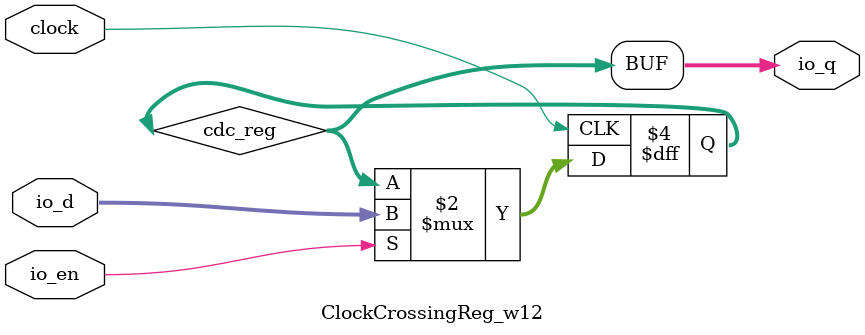
<source format=sv>
`ifndef RANDOMIZE
  `ifdef RANDOMIZE_MEM_INIT
    `define RANDOMIZE
  `endif // RANDOMIZE_MEM_INIT
`endif // not def RANDOMIZE
`ifndef RANDOMIZE
  `ifdef RANDOMIZE_REG_INIT
    `define RANDOMIZE
  `endif // RANDOMIZE_REG_INIT
`endif // not def RANDOMIZE

`ifndef RANDOM
  `define RANDOM $random
`endif // not def RANDOM

// Users can define INIT_RANDOM as general code that gets injected into the
// initializer block for modules with registers.
`ifndef INIT_RANDOM
  `define INIT_RANDOM
`endif // not def INIT_RANDOM

// If using random initialization, you can also define RANDOMIZE_DELAY to
// customize the delay used, otherwise 0.002 is used.
`ifndef RANDOMIZE_DELAY
  `define RANDOMIZE_DELAY 0.002
`endif // not def RANDOMIZE_DELAY

// Define INIT_RANDOM_PROLOG_ for use in our modules below.
`ifndef INIT_RANDOM_PROLOG_
  `ifdef RANDOMIZE
    `ifdef VERILATOR
      `define INIT_RANDOM_PROLOG_ `INIT_RANDOM
    `else  // VERILATOR
      `define INIT_RANDOM_PROLOG_ `INIT_RANDOM #`RANDOMIZE_DELAY begin end
    `endif // VERILATOR
  `else  // RANDOMIZE
    `define INIT_RANDOM_PROLOG_
  `endif // RANDOMIZE
`endif // not def INIT_RANDOM_PROLOG_

// Include register initializers in init blocks unless synthesis is set
`ifndef SYNTHESIS
  `ifndef ENABLE_INITIAL_REG_
    `define ENABLE_INITIAL_REG_
  `endif // not def ENABLE_INITIAL_REG_
`endif // not def SYNTHESIS

// Include rmemory initializers in init blocks unless synthesis is set
`ifndef SYNTHESIS
  `ifndef ENABLE_INITIAL_MEM_
    `define ENABLE_INITIAL_MEM_
  `endif // not def ENABLE_INITIAL_MEM_
`endif // not def SYNTHESIS

// Standard header to adapt well known macros for prints and assertions.

// Users can define 'PRINTF_COND' to add an extra gate to prints.
`ifndef PRINTF_COND_
  `ifdef PRINTF_COND
    `define PRINTF_COND_ (`PRINTF_COND)
  `else  // PRINTF_COND
    `define PRINTF_COND_ 1
  `endif // PRINTF_COND
`endif // not def PRINTF_COND_

// Users can define 'ASSERT_VERBOSE_COND' to add an extra gate to assert error printing.
`ifndef ASSERT_VERBOSE_COND_
  `ifdef ASSERT_VERBOSE_COND
    `define ASSERT_VERBOSE_COND_ (`ASSERT_VERBOSE_COND)
  `else  // ASSERT_VERBOSE_COND
    `define ASSERT_VERBOSE_COND_ 1
  `endif // ASSERT_VERBOSE_COND
`endif // not def ASSERT_VERBOSE_COND_

// Users can define 'STOP_COND' to add an extra gate to stop conditions.
`ifndef STOP_COND_
  `ifdef STOP_COND
    `define STOP_COND_ (`STOP_COND)
  `else  // STOP_COND
    `define STOP_COND_ 1
  `endif // STOP_COND
`endif // not def STOP_COND_

module ClockCrossingReg_w12(
  input         clock,
  input  [11:0] io_d,	// @[generators/rocket-chip/src/main/scala/util/SynchronizerReg.scala:195:14]
  output [11:0] io_q,	// @[generators/rocket-chip/src/main/scala/util/SynchronizerReg.scala:195:14]
  input         io_en	// @[generators/rocket-chip/src/main/scala/util/SynchronizerReg.scala:195:14]
);

  reg [11:0] cdc_reg;	// @[generators/rocket-chip/src/main/scala/util/SynchronizerReg.scala:201:76]
  always @(posedge clock) begin
    if (io_en)	// @[generators/rocket-chip/src/main/scala/util/SynchronizerReg.scala:195:14]
      cdc_reg <= io_d;	// @[generators/rocket-chip/src/main/scala/util/SynchronizerReg.scala:201:76]
  end // always @(posedge)
  `ifdef ENABLE_INITIAL_REG_
    `ifdef FIRRTL_BEFORE_INITIAL
      `FIRRTL_BEFORE_INITIAL
    `endif // FIRRTL_BEFORE_INITIAL
    logic [31:0] _RANDOM[0:0];
    initial begin
      `ifdef INIT_RANDOM_PROLOG_
        `INIT_RANDOM_PROLOG_
      `endif // INIT_RANDOM_PROLOG_
      `ifdef RANDOMIZE_REG_INIT
        _RANDOM[/*Zero width*/ 1'b0] = `RANDOM;
        cdc_reg = _RANDOM[/*Zero width*/ 1'b0][11:0];	// @[generators/rocket-chip/src/main/scala/util/SynchronizerReg.scala:201:76]
      `endif // RANDOMIZE_REG_INIT
    end // initial
    `ifdef FIRRTL_AFTER_INITIAL
      `FIRRTL_AFTER_INITIAL
    `endif // FIRRTL_AFTER_INITIAL
  `endif // ENABLE_INITIAL_REG_
  assign io_q = cdc_reg;	// @[generators/rocket-chip/src/main/scala/util/SynchronizerReg.scala:201:76]
endmodule


</source>
